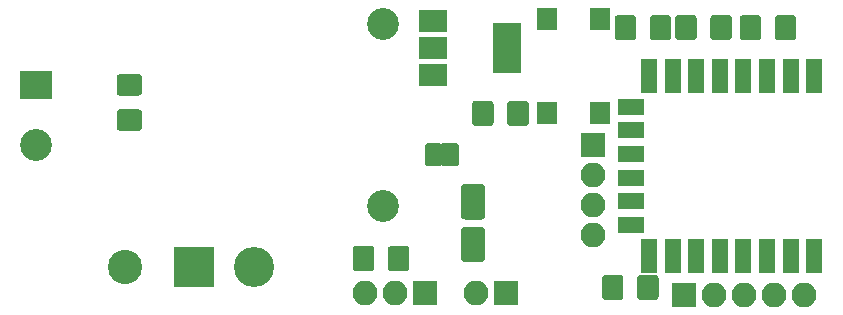
<source format=gbr>
G04 #@! TF.GenerationSoftware,KiCad,Pcbnew,(5.1.5-0-10_14)*
G04 #@! TF.CreationDate,2020-06-28T15:17:39+02:00*
G04 #@! TF.ProjectId,ESP8266-PowerMonitor,45535038-3236-4362-9d50-6f7765724d6f,rev?*
G04 #@! TF.SameCoordinates,Original*
G04 #@! TF.FileFunction,Soldermask,Top*
G04 #@! TF.FilePolarity,Negative*
%FSLAX46Y46*%
G04 Gerber Fmt 4.6, Leading zero omitted, Abs format (unit mm)*
G04 Created by KiCad (PCBNEW (5.1.5-0-10_14)) date 2020-06-28 15:17:39*
%MOMM*%
%LPD*%
G04 APERTURE LIST*
%ADD10C,2.900000*%
%ADD11O,2.100000X2.100000*%
%ADD12R,2.100000X2.100000*%
%ADD13R,1.400000X2.900000*%
%ADD14R,2.200000X1.400000*%
%ADD15C,1.000000*%
%ADD16R,1.700000X1.950000*%
%ADD17R,2.400000X4.200000*%
%ADD18R,2.400000X1.900000*%
%ADD19R,3.400000X3.400000*%
%ADD20C,3.400000*%
%ADD21C,2.700000*%
%ADD22R,2.700000X2.400000*%
G04 APERTURE END LIST*
D10*
X117650000Y-113800000D03*
D11*
X157300000Y-111120000D03*
X157300000Y-108580000D03*
X157300000Y-106040000D03*
D12*
X157300000Y-103500000D03*
D13*
X176000000Y-97650000D03*
X174000000Y-97650000D03*
X172000000Y-97650000D03*
X170000000Y-97650000D03*
X168000000Y-97650000D03*
X166000000Y-97650000D03*
X164000000Y-97650000D03*
X162000000Y-97650000D03*
D14*
X160500000Y-100250000D03*
X160500000Y-102250000D03*
X160500000Y-104250000D03*
X160500000Y-106250000D03*
X160500000Y-108250000D03*
X160500000Y-110250000D03*
D13*
X162000000Y-112850000D03*
X164000000Y-112850000D03*
X166000000Y-112850000D03*
X168000000Y-112850000D03*
X170000000Y-112850000D03*
X172000000Y-112850000D03*
X174000000Y-112850000D03*
X176000000Y-112850000D03*
D12*
X165000000Y-116200000D03*
D11*
X167540000Y-116200000D03*
X170080000Y-116200000D03*
X172620000Y-116200000D03*
X175160000Y-116200000D03*
D15*
G36*
X145739018Y-103353843D02*
G01*
X145776537Y-103365224D01*
X145811114Y-103383706D01*
X145841421Y-103408579D01*
X145866294Y-103438886D01*
X145884776Y-103473463D01*
X145896157Y-103510982D01*
X145900000Y-103550000D01*
X145900000Y-105050000D01*
X145896157Y-105089018D01*
X145884776Y-105126537D01*
X145866294Y-105161114D01*
X145841421Y-105191421D01*
X145811114Y-105216294D01*
X145776537Y-105234776D01*
X145739018Y-105246157D01*
X145700000Y-105250000D01*
X144550000Y-105250000D01*
X144510982Y-105246157D01*
X144473463Y-105234776D01*
X144438886Y-105216294D01*
X144408579Y-105191421D01*
X144383706Y-105161114D01*
X144365224Y-105126537D01*
X144353843Y-105089018D01*
X144350000Y-105050000D01*
X144353843Y-105010982D01*
X144365224Y-104973463D01*
X144383590Y-104939060D01*
X144809630Y-104300000D01*
X144383590Y-103660940D01*
X144365144Y-103626343D01*
X144353802Y-103588813D01*
X144350000Y-103549791D01*
X144353884Y-103510777D01*
X144365304Y-103473270D01*
X144383822Y-103438712D01*
X144408727Y-103408431D01*
X144439060Y-103383590D01*
X144473657Y-103365144D01*
X144511187Y-103353802D01*
X144550000Y-103350000D01*
X145700000Y-103350000D01*
X145739018Y-103353843D01*
G37*
G36*
X144289018Y-103353843D02*
G01*
X144326537Y-103365224D01*
X144361114Y-103383706D01*
X144391421Y-103408579D01*
X144416410Y-103439060D01*
X144916410Y-104189060D01*
X144934856Y-104223657D01*
X144946198Y-104261187D01*
X144950000Y-104300209D01*
X144946116Y-104339223D01*
X144934696Y-104376730D01*
X144916410Y-104410940D01*
X144416410Y-105160940D01*
X144391569Y-105191273D01*
X144361288Y-105216178D01*
X144326730Y-105234696D01*
X144289223Y-105246116D01*
X144250000Y-105250000D01*
X143250000Y-105250000D01*
X143210982Y-105246157D01*
X143173463Y-105234776D01*
X143138886Y-105216294D01*
X143108579Y-105191421D01*
X143083706Y-105161114D01*
X143065224Y-105126537D01*
X143053843Y-105089018D01*
X143050000Y-105050000D01*
X143050000Y-103550000D01*
X143053843Y-103510982D01*
X143065224Y-103473463D01*
X143083706Y-103438886D01*
X143108579Y-103408579D01*
X143138886Y-103383706D01*
X143173463Y-103365224D01*
X143210982Y-103353843D01*
X143250000Y-103350000D01*
X144250000Y-103350000D01*
X144289018Y-103353843D01*
G37*
G36*
X160623707Y-92476542D02*
G01*
X160654787Y-92481152D01*
X160685266Y-92488787D01*
X160714850Y-92499372D01*
X160743254Y-92512806D01*
X160770204Y-92528959D01*
X160795442Y-92547677D01*
X160818723Y-92568777D01*
X160839823Y-92592058D01*
X160858541Y-92617296D01*
X160874694Y-92644246D01*
X160888128Y-92672650D01*
X160898713Y-92702234D01*
X160906348Y-92732713D01*
X160910958Y-92763793D01*
X160912500Y-92795176D01*
X160912500Y-94304824D01*
X160910958Y-94336207D01*
X160906348Y-94367287D01*
X160898713Y-94397766D01*
X160888128Y-94427350D01*
X160874694Y-94455754D01*
X160858541Y-94482704D01*
X160839823Y-94507942D01*
X160818723Y-94531223D01*
X160795442Y-94552323D01*
X160770204Y-94571041D01*
X160743254Y-94587194D01*
X160714850Y-94600628D01*
X160685266Y-94611213D01*
X160654787Y-94618848D01*
X160623707Y-94623458D01*
X160592324Y-94625000D01*
X159407676Y-94625000D01*
X159376293Y-94623458D01*
X159345213Y-94618848D01*
X159314734Y-94611213D01*
X159285150Y-94600628D01*
X159256746Y-94587194D01*
X159229796Y-94571041D01*
X159204558Y-94552323D01*
X159181277Y-94531223D01*
X159160177Y-94507942D01*
X159141459Y-94482704D01*
X159125306Y-94455754D01*
X159111872Y-94427350D01*
X159101287Y-94397766D01*
X159093652Y-94367287D01*
X159089042Y-94336207D01*
X159087500Y-94304824D01*
X159087500Y-92795176D01*
X159089042Y-92763793D01*
X159093652Y-92732713D01*
X159101287Y-92702234D01*
X159111872Y-92672650D01*
X159125306Y-92644246D01*
X159141459Y-92617296D01*
X159160177Y-92592058D01*
X159181277Y-92568777D01*
X159204558Y-92547677D01*
X159229796Y-92528959D01*
X159256746Y-92512806D01*
X159285150Y-92499372D01*
X159314734Y-92488787D01*
X159345213Y-92481152D01*
X159376293Y-92476542D01*
X159407676Y-92475000D01*
X160592324Y-92475000D01*
X160623707Y-92476542D01*
G37*
G36*
X163598707Y-92476542D02*
G01*
X163629787Y-92481152D01*
X163660266Y-92488787D01*
X163689850Y-92499372D01*
X163718254Y-92512806D01*
X163745204Y-92528959D01*
X163770442Y-92547677D01*
X163793723Y-92568777D01*
X163814823Y-92592058D01*
X163833541Y-92617296D01*
X163849694Y-92644246D01*
X163863128Y-92672650D01*
X163873713Y-92702234D01*
X163881348Y-92732713D01*
X163885958Y-92763793D01*
X163887500Y-92795176D01*
X163887500Y-94304824D01*
X163885958Y-94336207D01*
X163881348Y-94367287D01*
X163873713Y-94397766D01*
X163863128Y-94427350D01*
X163849694Y-94455754D01*
X163833541Y-94482704D01*
X163814823Y-94507942D01*
X163793723Y-94531223D01*
X163770442Y-94552323D01*
X163745204Y-94571041D01*
X163718254Y-94587194D01*
X163689850Y-94600628D01*
X163660266Y-94611213D01*
X163629787Y-94618848D01*
X163598707Y-94623458D01*
X163567324Y-94625000D01*
X162382676Y-94625000D01*
X162351293Y-94623458D01*
X162320213Y-94618848D01*
X162289734Y-94611213D01*
X162260150Y-94600628D01*
X162231746Y-94587194D01*
X162204796Y-94571041D01*
X162179558Y-94552323D01*
X162156277Y-94531223D01*
X162135177Y-94507942D01*
X162116459Y-94482704D01*
X162100306Y-94455754D01*
X162086872Y-94427350D01*
X162076287Y-94397766D01*
X162068652Y-94367287D01*
X162064042Y-94336207D01*
X162062500Y-94304824D01*
X162062500Y-92795176D01*
X162064042Y-92763793D01*
X162068652Y-92732713D01*
X162076287Y-92702234D01*
X162086872Y-92672650D01*
X162100306Y-92644246D01*
X162116459Y-92617296D01*
X162135177Y-92592058D01*
X162156277Y-92568777D01*
X162179558Y-92547677D01*
X162204796Y-92528959D01*
X162231746Y-92512806D01*
X162260150Y-92499372D01*
X162289734Y-92488787D01*
X162320213Y-92481152D01*
X162351293Y-92476542D01*
X162382676Y-92475000D01*
X163567324Y-92475000D01*
X163598707Y-92476542D01*
G37*
G36*
X174173707Y-92476542D02*
G01*
X174204787Y-92481152D01*
X174235266Y-92488787D01*
X174264850Y-92499372D01*
X174293254Y-92512806D01*
X174320204Y-92528959D01*
X174345442Y-92547677D01*
X174368723Y-92568777D01*
X174389823Y-92592058D01*
X174408541Y-92617296D01*
X174424694Y-92644246D01*
X174438128Y-92672650D01*
X174448713Y-92702234D01*
X174456348Y-92732713D01*
X174460958Y-92763793D01*
X174462500Y-92795176D01*
X174462500Y-94304824D01*
X174460958Y-94336207D01*
X174456348Y-94367287D01*
X174448713Y-94397766D01*
X174438128Y-94427350D01*
X174424694Y-94455754D01*
X174408541Y-94482704D01*
X174389823Y-94507942D01*
X174368723Y-94531223D01*
X174345442Y-94552323D01*
X174320204Y-94571041D01*
X174293254Y-94587194D01*
X174264850Y-94600628D01*
X174235266Y-94611213D01*
X174204787Y-94618848D01*
X174173707Y-94623458D01*
X174142324Y-94625000D01*
X172957676Y-94625000D01*
X172926293Y-94623458D01*
X172895213Y-94618848D01*
X172864734Y-94611213D01*
X172835150Y-94600628D01*
X172806746Y-94587194D01*
X172779796Y-94571041D01*
X172754558Y-94552323D01*
X172731277Y-94531223D01*
X172710177Y-94507942D01*
X172691459Y-94482704D01*
X172675306Y-94455754D01*
X172661872Y-94427350D01*
X172651287Y-94397766D01*
X172643652Y-94367287D01*
X172639042Y-94336207D01*
X172637500Y-94304824D01*
X172637500Y-92795176D01*
X172639042Y-92763793D01*
X172643652Y-92732713D01*
X172651287Y-92702234D01*
X172661872Y-92672650D01*
X172675306Y-92644246D01*
X172691459Y-92617296D01*
X172710177Y-92592058D01*
X172731277Y-92568777D01*
X172754558Y-92547677D01*
X172779796Y-92528959D01*
X172806746Y-92512806D01*
X172835150Y-92499372D01*
X172864734Y-92488787D01*
X172895213Y-92481152D01*
X172926293Y-92476542D01*
X172957676Y-92475000D01*
X174142324Y-92475000D01*
X174173707Y-92476542D01*
G37*
G36*
X171198707Y-92476542D02*
G01*
X171229787Y-92481152D01*
X171260266Y-92488787D01*
X171289850Y-92499372D01*
X171318254Y-92512806D01*
X171345204Y-92528959D01*
X171370442Y-92547677D01*
X171393723Y-92568777D01*
X171414823Y-92592058D01*
X171433541Y-92617296D01*
X171449694Y-92644246D01*
X171463128Y-92672650D01*
X171473713Y-92702234D01*
X171481348Y-92732713D01*
X171485958Y-92763793D01*
X171487500Y-92795176D01*
X171487500Y-94304824D01*
X171485958Y-94336207D01*
X171481348Y-94367287D01*
X171473713Y-94397766D01*
X171463128Y-94427350D01*
X171449694Y-94455754D01*
X171433541Y-94482704D01*
X171414823Y-94507942D01*
X171393723Y-94531223D01*
X171370442Y-94552323D01*
X171345204Y-94571041D01*
X171318254Y-94587194D01*
X171289850Y-94600628D01*
X171260266Y-94611213D01*
X171229787Y-94618848D01*
X171198707Y-94623458D01*
X171167324Y-94625000D01*
X169982676Y-94625000D01*
X169951293Y-94623458D01*
X169920213Y-94618848D01*
X169889734Y-94611213D01*
X169860150Y-94600628D01*
X169831746Y-94587194D01*
X169804796Y-94571041D01*
X169779558Y-94552323D01*
X169756277Y-94531223D01*
X169735177Y-94507942D01*
X169716459Y-94482704D01*
X169700306Y-94455754D01*
X169686872Y-94427350D01*
X169676287Y-94397766D01*
X169668652Y-94367287D01*
X169664042Y-94336207D01*
X169662500Y-94304824D01*
X169662500Y-92795176D01*
X169664042Y-92763793D01*
X169668652Y-92732713D01*
X169676287Y-92702234D01*
X169686872Y-92672650D01*
X169700306Y-92644246D01*
X169716459Y-92617296D01*
X169735177Y-92592058D01*
X169756277Y-92568777D01*
X169779558Y-92547677D01*
X169804796Y-92528959D01*
X169831746Y-92512806D01*
X169860150Y-92499372D01*
X169889734Y-92488787D01*
X169920213Y-92481152D01*
X169951293Y-92476542D01*
X169982676Y-92475000D01*
X171167324Y-92475000D01*
X171198707Y-92476542D01*
G37*
G36*
X168723707Y-92476542D02*
G01*
X168754787Y-92481152D01*
X168785266Y-92488787D01*
X168814850Y-92499372D01*
X168843254Y-92512806D01*
X168870204Y-92528959D01*
X168895442Y-92547677D01*
X168918723Y-92568777D01*
X168939823Y-92592058D01*
X168958541Y-92617296D01*
X168974694Y-92644246D01*
X168988128Y-92672650D01*
X168998713Y-92702234D01*
X169006348Y-92732713D01*
X169010958Y-92763793D01*
X169012500Y-92795176D01*
X169012500Y-94304824D01*
X169010958Y-94336207D01*
X169006348Y-94367287D01*
X168998713Y-94397766D01*
X168988128Y-94427350D01*
X168974694Y-94455754D01*
X168958541Y-94482704D01*
X168939823Y-94507942D01*
X168918723Y-94531223D01*
X168895442Y-94552323D01*
X168870204Y-94571041D01*
X168843254Y-94587194D01*
X168814850Y-94600628D01*
X168785266Y-94611213D01*
X168754787Y-94618848D01*
X168723707Y-94623458D01*
X168692324Y-94625000D01*
X167507676Y-94625000D01*
X167476293Y-94623458D01*
X167445213Y-94618848D01*
X167414734Y-94611213D01*
X167385150Y-94600628D01*
X167356746Y-94587194D01*
X167329796Y-94571041D01*
X167304558Y-94552323D01*
X167281277Y-94531223D01*
X167260177Y-94507942D01*
X167241459Y-94482704D01*
X167225306Y-94455754D01*
X167211872Y-94427350D01*
X167201287Y-94397766D01*
X167193652Y-94367287D01*
X167189042Y-94336207D01*
X167187500Y-94304824D01*
X167187500Y-92795176D01*
X167189042Y-92763793D01*
X167193652Y-92732713D01*
X167201287Y-92702234D01*
X167211872Y-92672650D01*
X167225306Y-92644246D01*
X167241459Y-92617296D01*
X167260177Y-92592058D01*
X167281277Y-92568777D01*
X167304558Y-92547677D01*
X167329796Y-92528959D01*
X167356746Y-92512806D01*
X167385150Y-92499372D01*
X167414734Y-92488787D01*
X167445213Y-92481152D01*
X167476293Y-92476542D01*
X167507676Y-92475000D01*
X168692324Y-92475000D01*
X168723707Y-92476542D01*
G37*
G36*
X165748707Y-92476542D02*
G01*
X165779787Y-92481152D01*
X165810266Y-92488787D01*
X165839850Y-92499372D01*
X165868254Y-92512806D01*
X165895204Y-92528959D01*
X165920442Y-92547677D01*
X165943723Y-92568777D01*
X165964823Y-92592058D01*
X165983541Y-92617296D01*
X165999694Y-92644246D01*
X166013128Y-92672650D01*
X166023713Y-92702234D01*
X166031348Y-92732713D01*
X166035958Y-92763793D01*
X166037500Y-92795176D01*
X166037500Y-94304824D01*
X166035958Y-94336207D01*
X166031348Y-94367287D01*
X166023713Y-94397766D01*
X166013128Y-94427350D01*
X165999694Y-94455754D01*
X165983541Y-94482704D01*
X165964823Y-94507942D01*
X165943723Y-94531223D01*
X165920442Y-94552323D01*
X165895204Y-94571041D01*
X165868254Y-94587194D01*
X165839850Y-94600628D01*
X165810266Y-94611213D01*
X165779787Y-94618848D01*
X165748707Y-94623458D01*
X165717324Y-94625000D01*
X164532676Y-94625000D01*
X164501293Y-94623458D01*
X164470213Y-94618848D01*
X164439734Y-94611213D01*
X164410150Y-94600628D01*
X164381746Y-94587194D01*
X164354796Y-94571041D01*
X164329558Y-94552323D01*
X164306277Y-94531223D01*
X164285177Y-94507942D01*
X164266459Y-94482704D01*
X164250306Y-94455754D01*
X164236872Y-94427350D01*
X164226287Y-94397766D01*
X164218652Y-94367287D01*
X164214042Y-94336207D01*
X164212500Y-94304824D01*
X164212500Y-92795176D01*
X164214042Y-92763793D01*
X164218652Y-92732713D01*
X164226287Y-92702234D01*
X164236872Y-92672650D01*
X164250306Y-92644246D01*
X164266459Y-92617296D01*
X164285177Y-92592058D01*
X164306277Y-92568777D01*
X164329558Y-92547677D01*
X164354796Y-92528959D01*
X164381746Y-92512806D01*
X164410150Y-92499372D01*
X164439734Y-92488787D01*
X164470213Y-92481152D01*
X164501293Y-92476542D01*
X164532676Y-92475000D01*
X165717324Y-92475000D01*
X165748707Y-92476542D01*
G37*
G36*
X162523707Y-114476542D02*
G01*
X162554787Y-114481152D01*
X162585266Y-114488787D01*
X162614850Y-114499372D01*
X162643254Y-114512806D01*
X162670204Y-114528959D01*
X162695442Y-114547677D01*
X162718723Y-114568777D01*
X162739823Y-114592058D01*
X162758541Y-114617296D01*
X162774694Y-114644246D01*
X162788128Y-114672650D01*
X162798713Y-114702234D01*
X162806348Y-114732713D01*
X162810958Y-114763793D01*
X162812500Y-114795176D01*
X162812500Y-116304824D01*
X162810958Y-116336207D01*
X162806348Y-116367287D01*
X162798713Y-116397766D01*
X162788128Y-116427350D01*
X162774694Y-116455754D01*
X162758541Y-116482704D01*
X162739823Y-116507942D01*
X162718723Y-116531223D01*
X162695442Y-116552323D01*
X162670204Y-116571041D01*
X162643254Y-116587194D01*
X162614850Y-116600628D01*
X162585266Y-116611213D01*
X162554787Y-116618848D01*
X162523707Y-116623458D01*
X162492324Y-116625000D01*
X161307676Y-116625000D01*
X161276293Y-116623458D01*
X161245213Y-116618848D01*
X161214734Y-116611213D01*
X161185150Y-116600628D01*
X161156746Y-116587194D01*
X161129796Y-116571041D01*
X161104558Y-116552323D01*
X161081277Y-116531223D01*
X161060177Y-116507942D01*
X161041459Y-116482704D01*
X161025306Y-116455754D01*
X161011872Y-116427350D01*
X161001287Y-116397766D01*
X160993652Y-116367287D01*
X160989042Y-116336207D01*
X160987500Y-116304824D01*
X160987500Y-114795176D01*
X160989042Y-114763793D01*
X160993652Y-114732713D01*
X161001287Y-114702234D01*
X161011872Y-114672650D01*
X161025306Y-114644246D01*
X161041459Y-114617296D01*
X161060177Y-114592058D01*
X161081277Y-114568777D01*
X161104558Y-114547677D01*
X161129796Y-114528959D01*
X161156746Y-114512806D01*
X161185150Y-114499372D01*
X161214734Y-114488787D01*
X161245213Y-114481152D01*
X161276293Y-114476542D01*
X161307676Y-114475000D01*
X162492324Y-114475000D01*
X162523707Y-114476542D01*
G37*
G36*
X159548707Y-114476542D02*
G01*
X159579787Y-114481152D01*
X159610266Y-114488787D01*
X159639850Y-114499372D01*
X159668254Y-114512806D01*
X159695204Y-114528959D01*
X159720442Y-114547677D01*
X159743723Y-114568777D01*
X159764823Y-114592058D01*
X159783541Y-114617296D01*
X159799694Y-114644246D01*
X159813128Y-114672650D01*
X159823713Y-114702234D01*
X159831348Y-114732713D01*
X159835958Y-114763793D01*
X159837500Y-114795176D01*
X159837500Y-116304824D01*
X159835958Y-116336207D01*
X159831348Y-116367287D01*
X159823713Y-116397766D01*
X159813128Y-116427350D01*
X159799694Y-116455754D01*
X159783541Y-116482704D01*
X159764823Y-116507942D01*
X159743723Y-116531223D01*
X159720442Y-116552323D01*
X159695204Y-116571041D01*
X159668254Y-116587194D01*
X159639850Y-116600628D01*
X159610266Y-116611213D01*
X159579787Y-116618848D01*
X159548707Y-116623458D01*
X159517324Y-116625000D01*
X158332676Y-116625000D01*
X158301293Y-116623458D01*
X158270213Y-116618848D01*
X158239734Y-116611213D01*
X158210150Y-116600628D01*
X158181746Y-116587194D01*
X158154796Y-116571041D01*
X158129558Y-116552323D01*
X158106277Y-116531223D01*
X158085177Y-116507942D01*
X158066459Y-116482704D01*
X158050306Y-116455754D01*
X158036872Y-116427350D01*
X158026287Y-116397766D01*
X158018652Y-116367287D01*
X158014042Y-116336207D01*
X158012500Y-116304824D01*
X158012500Y-114795176D01*
X158014042Y-114763793D01*
X158018652Y-114732713D01*
X158026287Y-114702234D01*
X158036872Y-114672650D01*
X158050306Y-114644246D01*
X158066459Y-114617296D01*
X158085177Y-114592058D01*
X158106277Y-114568777D01*
X158129558Y-114547677D01*
X158154796Y-114528959D01*
X158181746Y-114512806D01*
X158210150Y-114499372D01*
X158239734Y-114488787D01*
X158270213Y-114481152D01*
X158301293Y-114476542D01*
X158332676Y-114475000D01*
X159517324Y-114475000D01*
X159548707Y-114476542D01*
G37*
D16*
X153350000Y-92825000D03*
X157850000Y-92825000D03*
X157850000Y-100775000D03*
X153350000Y-100775000D03*
D17*
X150000000Y-95300000D03*
D18*
X143700000Y-95300000D03*
X143700000Y-97600000D03*
X143700000Y-93000000D03*
D12*
X143050000Y-116050000D03*
D11*
X140510000Y-116050000D03*
X137970000Y-116050000D03*
D15*
G36*
X147818130Y-106801505D02*
G01*
X147848466Y-106806005D01*
X147878214Y-106813456D01*
X147907089Y-106823788D01*
X147934811Y-106836900D01*
X147961116Y-106852666D01*
X147985748Y-106870934D01*
X148008471Y-106891529D01*
X148029066Y-106914252D01*
X148047334Y-106938884D01*
X148063100Y-106965189D01*
X148076212Y-106992911D01*
X148086544Y-107021786D01*
X148093995Y-107051534D01*
X148098495Y-107081870D01*
X148100000Y-107112500D01*
X148100000Y-109487500D01*
X148098495Y-109518130D01*
X148093995Y-109548466D01*
X148086544Y-109578214D01*
X148076212Y-109607089D01*
X148063100Y-109634811D01*
X148047334Y-109661116D01*
X148029066Y-109685748D01*
X148008471Y-109708471D01*
X147985748Y-109729066D01*
X147961116Y-109747334D01*
X147934811Y-109763100D01*
X147907089Y-109776212D01*
X147878214Y-109786544D01*
X147848466Y-109793995D01*
X147818130Y-109798495D01*
X147787500Y-109800000D01*
X146412500Y-109800000D01*
X146381870Y-109798495D01*
X146351534Y-109793995D01*
X146321786Y-109786544D01*
X146292911Y-109776212D01*
X146265189Y-109763100D01*
X146238884Y-109747334D01*
X146214252Y-109729066D01*
X146191529Y-109708471D01*
X146170934Y-109685748D01*
X146152666Y-109661116D01*
X146136900Y-109634811D01*
X146123788Y-109607089D01*
X146113456Y-109578214D01*
X146106005Y-109548466D01*
X146101505Y-109518130D01*
X146100000Y-109487500D01*
X146100000Y-107112500D01*
X146101505Y-107081870D01*
X146106005Y-107051534D01*
X146113456Y-107021786D01*
X146123788Y-106992911D01*
X146136900Y-106965189D01*
X146152666Y-106938884D01*
X146170934Y-106914252D01*
X146191529Y-106891529D01*
X146214252Y-106870934D01*
X146238884Y-106852666D01*
X146265189Y-106836900D01*
X146292911Y-106823788D01*
X146321786Y-106813456D01*
X146351534Y-106806005D01*
X146381870Y-106801505D01*
X146412500Y-106800000D01*
X147787500Y-106800000D01*
X147818130Y-106801505D01*
G37*
G36*
X147818130Y-110401505D02*
G01*
X147848466Y-110406005D01*
X147878214Y-110413456D01*
X147907089Y-110423788D01*
X147934811Y-110436900D01*
X147961116Y-110452666D01*
X147985748Y-110470934D01*
X148008471Y-110491529D01*
X148029066Y-110514252D01*
X148047334Y-110538884D01*
X148063100Y-110565189D01*
X148076212Y-110592911D01*
X148086544Y-110621786D01*
X148093995Y-110651534D01*
X148098495Y-110681870D01*
X148100000Y-110712500D01*
X148100000Y-113087500D01*
X148098495Y-113118130D01*
X148093995Y-113148466D01*
X148086544Y-113178214D01*
X148076212Y-113207089D01*
X148063100Y-113234811D01*
X148047334Y-113261116D01*
X148029066Y-113285748D01*
X148008471Y-113308471D01*
X147985748Y-113329066D01*
X147961116Y-113347334D01*
X147934811Y-113363100D01*
X147907089Y-113376212D01*
X147878214Y-113386544D01*
X147848466Y-113393995D01*
X147818130Y-113398495D01*
X147787500Y-113400000D01*
X146412500Y-113400000D01*
X146381870Y-113398495D01*
X146351534Y-113393995D01*
X146321786Y-113386544D01*
X146292911Y-113376212D01*
X146265189Y-113363100D01*
X146238884Y-113347334D01*
X146214252Y-113329066D01*
X146191529Y-113308471D01*
X146170934Y-113285748D01*
X146152666Y-113261116D01*
X146136900Y-113234811D01*
X146123788Y-113207089D01*
X146113456Y-113178214D01*
X146106005Y-113148466D01*
X146101505Y-113118130D01*
X146100000Y-113087500D01*
X146100000Y-110712500D01*
X146101505Y-110681870D01*
X146106005Y-110651534D01*
X146113456Y-110621786D01*
X146123788Y-110592911D01*
X146136900Y-110565189D01*
X146152666Y-110538884D01*
X146170934Y-110514252D01*
X146191529Y-110491529D01*
X146214252Y-110470934D01*
X146238884Y-110452666D01*
X146265189Y-110436900D01*
X146292911Y-110423788D01*
X146321786Y-110413456D01*
X146351534Y-110406005D01*
X146381870Y-110401505D01*
X146412500Y-110400000D01*
X147787500Y-110400000D01*
X147818130Y-110401505D01*
G37*
G36*
X151523707Y-99726542D02*
G01*
X151554787Y-99731152D01*
X151585266Y-99738787D01*
X151614850Y-99749372D01*
X151643254Y-99762806D01*
X151670204Y-99778959D01*
X151695442Y-99797677D01*
X151718723Y-99818777D01*
X151739823Y-99842058D01*
X151758541Y-99867296D01*
X151774694Y-99894246D01*
X151788128Y-99922650D01*
X151798713Y-99952234D01*
X151806348Y-99982713D01*
X151810958Y-100013793D01*
X151812500Y-100045176D01*
X151812500Y-101554824D01*
X151810958Y-101586207D01*
X151806348Y-101617287D01*
X151798713Y-101647766D01*
X151788128Y-101677350D01*
X151774694Y-101705754D01*
X151758541Y-101732704D01*
X151739823Y-101757942D01*
X151718723Y-101781223D01*
X151695442Y-101802323D01*
X151670204Y-101821041D01*
X151643254Y-101837194D01*
X151614850Y-101850628D01*
X151585266Y-101861213D01*
X151554787Y-101868848D01*
X151523707Y-101873458D01*
X151492324Y-101875000D01*
X150307676Y-101875000D01*
X150276293Y-101873458D01*
X150245213Y-101868848D01*
X150214734Y-101861213D01*
X150185150Y-101850628D01*
X150156746Y-101837194D01*
X150129796Y-101821041D01*
X150104558Y-101802323D01*
X150081277Y-101781223D01*
X150060177Y-101757942D01*
X150041459Y-101732704D01*
X150025306Y-101705754D01*
X150011872Y-101677350D01*
X150001287Y-101647766D01*
X149993652Y-101617287D01*
X149989042Y-101586207D01*
X149987500Y-101554824D01*
X149987500Y-100045176D01*
X149989042Y-100013793D01*
X149993652Y-99982713D01*
X150001287Y-99952234D01*
X150011872Y-99922650D01*
X150025306Y-99894246D01*
X150041459Y-99867296D01*
X150060177Y-99842058D01*
X150081277Y-99818777D01*
X150104558Y-99797677D01*
X150129796Y-99778959D01*
X150156746Y-99762806D01*
X150185150Y-99749372D01*
X150214734Y-99738787D01*
X150245213Y-99731152D01*
X150276293Y-99726542D01*
X150307676Y-99725000D01*
X151492324Y-99725000D01*
X151523707Y-99726542D01*
G37*
G36*
X148548707Y-99726542D02*
G01*
X148579787Y-99731152D01*
X148610266Y-99738787D01*
X148639850Y-99749372D01*
X148668254Y-99762806D01*
X148695204Y-99778959D01*
X148720442Y-99797677D01*
X148743723Y-99818777D01*
X148764823Y-99842058D01*
X148783541Y-99867296D01*
X148799694Y-99894246D01*
X148813128Y-99922650D01*
X148823713Y-99952234D01*
X148831348Y-99982713D01*
X148835958Y-100013793D01*
X148837500Y-100045176D01*
X148837500Y-101554824D01*
X148835958Y-101586207D01*
X148831348Y-101617287D01*
X148823713Y-101647766D01*
X148813128Y-101677350D01*
X148799694Y-101705754D01*
X148783541Y-101732704D01*
X148764823Y-101757942D01*
X148743723Y-101781223D01*
X148720442Y-101802323D01*
X148695204Y-101821041D01*
X148668254Y-101837194D01*
X148639850Y-101850628D01*
X148610266Y-101861213D01*
X148579787Y-101868848D01*
X148548707Y-101873458D01*
X148517324Y-101875000D01*
X147332676Y-101875000D01*
X147301293Y-101873458D01*
X147270213Y-101868848D01*
X147239734Y-101861213D01*
X147210150Y-101850628D01*
X147181746Y-101837194D01*
X147154796Y-101821041D01*
X147129558Y-101802323D01*
X147106277Y-101781223D01*
X147085177Y-101757942D01*
X147066459Y-101732704D01*
X147050306Y-101705754D01*
X147036872Y-101677350D01*
X147026287Y-101647766D01*
X147018652Y-101617287D01*
X147014042Y-101586207D01*
X147012500Y-101554824D01*
X147012500Y-100045176D01*
X147014042Y-100013793D01*
X147018652Y-99982713D01*
X147026287Y-99952234D01*
X147036872Y-99922650D01*
X147050306Y-99894246D01*
X147066459Y-99867296D01*
X147085177Y-99842058D01*
X147106277Y-99818777D01*
X147129558Y-99797677D01*
X147154796Y-99778959D01*
X147181746Y-99762806D01*
X147210150Y-99749372D01*
X147239734Y-99738787D01*
X147270213Y-99731152D01*
X147301293Y-99726542D01*
X147332676Y-99725000D01*
X148517324Y-99725000D01*
X148548707Y-99726542D01*
G37*
D12*
X149900000Y-116000000D03*
D11*
X147360000Y-116000000D03*
D15*
G36*
X141423707Y-112026542D02*
G01*
X141454787Y-112031152D01*
X141485266Y-112038787D01*
X141514850Y-112049372D01*
X141543254Y-112062806D01*
X141570204Y-112078959D01*
X141595442Y-112097677D01*
X141618723Y-112118777D01*
X141639823Y-112142058D01*
X141658541Y-112167296D01*
X141674694Y-112194246D01*
X141688128Y-112222650D01*
X141698713Y-112252234D01*
X141706348Y-112282713D01*
X141710958Y-112313793D01*
X141712500Y-112345176D01*
X141712500Y-113854824D01*
X141710958Y-113886207D01*
X141706348Y-113917287D01*
X141698713Y-113947766D01*
X141688128Y-113977350D01*
X141674694Y-114005754D01*
X141658541Y-114032704D01*
X141639823Y-114057942D01*
X141618723Y-114081223D01*
X141595442Y-114102323D01*
X141570204Y-114121041D01*
X141543254Y-114137194D01*
X141514850Y-114150628D01*
X141485266Y-114161213D01*
X141454787Y-114168848D01*
X141423707Y-114173458D01*
X141392324Y-114175000D01*
X140207676Y-114175000D01*
X140176293Y-114173458D01*
X140145213Y-114168848D01*
X140114734Y-114161213D01*
X140085150Y-114150628D01*
X140056746Y-114137194D01*
X140029796Y-114121041D01*
X140004558Y-114102323D01*
X139981277Y-114081223D01*
X139960177Y-114057942D01*
X139941459Y-114032704D01*
X139925306Y-114005754D01*
X139911872Y-113977350D01*
X139901287Y-113947766D01*
X139893652Y-113917287D01*
X139889042Y-113886207D01*
X139887500Y-113854824D01*
X139887500Y-112345176D01*
X139889042Y-112313793D01*
X139893652Y-112282713D01*
X139901287Y-112252234D01*
X139911872Y-112222650D01*
X139925306Y-112194246D01*
X139941459Y-112167296D01*
X139960177Y-112142058D01*
X139981277Y-112118777D01*
X140004558Y-112097677D01*
X140029796Y-112078959D01*
X140056746Y-112062806D01*
X140085150Y-112049372D01*
X140114734Y-112038787D01*
X140145213Y-112031152D01*
X140176293Y-112026542D01*
X140207676Y-112025000D01*
X141392324Y-112025000D01*
X141423707Y-112026542D01*
G37*
G36*
X138448707Y-112026542D02*
G01*
X138479787Y-112031152D01*
X138510266Y-112038787D01*
X138539850Y-112049372D01*
X138568254Y-112062806D01*
X138595204Y-112078959D01*
X138620442Y-112097677D01*
X138643723Y-112118777D01*
X138664823Y-112142058D01*
X138683541Y-112167296D01*
X138699694Y-112194246D01*
X138713128Y-112222650D01*
X138723713Y-112252234D01*
X138731348Y-112282713D01*
X138735958Y-112313793D01*
X138737500Y-112345176D01*
X138737500Y-113854824D01*
X138735958Y-113886207D01*
X138731348Y-113917287D01*
X138723713Y-113947766D01*
X138713128Y-113977350D01*
X138699694Y-114005754D01*
X138683541Y-114032704D01*
X138664823Y-114057942D01*
X138643723Y-114081223D01*
X138620442Y-114102323D01*
X138595204Y-114121041D01*
X138568254Y-114137194D01*
X138539850Y-114150628D01*
X138510266Y-114161213D01*
X138479787Y-114168848D01*
X138448707Y-114173458D01*
X138417324Y-114175000D01*
X137232676Y-114175000D01*
X137201293Y-114173458D01*
X137170213Y-114168848D01*
X137139734Y-114161213D01*
X137110150Y-114150628D01*
X137081746Y-114137194D01*
X137054796Y-114121041D01*
X137029558Y-114102323D01*
X137006277Y-114081223D01*
X136985177Y-114057942D01*
X136966459Y-114032704D01*
X136950306Y-114005754D01*
X136936872Y-113977350D01*
X136926287Y-113947766D01*
X136918652Y-113917287D01*
X136914042Y-113886207D01*
X136912500Y-113854824D01*
X136912500Y-112345176D01*
X136914042Y-112313793D01*
X136918652Y-112282713D01*
X136926287Y-112252234D01*
X136936872Y-112222650D01*
X136950306Y-112194246D01*
X136966459Y-112167296D01*
X136985177Y-112142058D01*
X137006277Y-112118777D01*
X137029558Y-112097677D01*
X137054796Y-112078959D01*
X137081746Y-112062806D01*
X137110150Y-112049372D01*
X137139734Y-112038787D01*
X137170213Y-112031152D01*
X137201293Y-112026542D01*
X137232676Y-112025000D01*
X138417324Y-112025000D01*
X138448707Y-112026542D01*
G37*
G36*
X118786207Y-97489042D02*
G01*
X118817287Y-97493652D01*
X118847766Y-97501287D01*
X118877350Y-97511872D01*
X118905754Y-97525306D01*
X118932704Y-97541459D01*
X118957942Y-97560177D01*
X118981223Y-97581277D01*
X119002323Y-97604558D01*
X119021041Y-97629796D01*
X119037194Y-97656746D01*
X119050628Y-97685150D01*
X119061213Y-97714734D01*
X119068848Y-97745213D01*
X119073458Y-97776293D01*
X119075000Y-97807676D01*
X119075000Y-98992324D01*
X119073458Y-99023707D01*
X119068848Y-99054787D01*
X119061213Y-99085266D01*
X119050628Y-99114850D01*
X119037194Y-99143254D01*
X119021041Y-99170204D01*
X119002323Y-99195442D01*
X118981223Y-99218723D01*
X118957942Y-99239823D01*
X118932704Y-99258541D01*
X118905754Y-99274694D01*
X118877350Y-99288128D01*
X118847766Y-99298713D01*
X118817287Y-99306348D01*
X118786207Y-99310958D01*
X118754824Y-99312500D01*
X117245176Y-99312500D01*
X117213793Y-99310958D01*
X117182713Y-99306348D01*
X117152234Y-99298713D01*
X117122650Y-99288128D01*
X117094246Y-99274694D01*
X117067296Y-99258541D01*
X117042058Y-99239823D01*
X117018777Y-99218723D01*
X116997677Y-99195442D01*
X116978959Y-99170204D01*
X116962806Y-99143254D01*
X116949372Y-99114850D01*
X116938787Y-99085266D01*
X116931152Y-99054787D01*
X116926542Y-99023707D01*
X116925000Y-98992324D01*
X116925000Y-97807676D01*
X116926542Y-97776293D01*
X116931152Y-97745213D01*
X116938787Y-97714734D01*
X116949372Y-97685150D01*
X116962806Y-97656746D01*
X116978959Y-97629796D01*
X116997677Y-97604558D01*
X117018777Y-97581277D01*
X117042058Y-97560177D01*
X117067296Y-97541459D01*
X117094246Y-97525306D01*
X117122650Y-97511872D01*
X117152234Y-97501287D01*
X117182713Y-97493652D01*
X117213793Y-97489042D01*
X117245176Y-97487500D01*
X118754824Y-97487500D01*
X118786207Y-97489042D01*
G37*
G36*
X118786207Y-100464042D02*
G01*
X118817287Y-100468652D01*
X118847766Y-100476287D01*
X118877350Y-100486872D01*
X118905754Y-100500306D01*
X118932704Y-100516459D01*
X118957942Y-100535177D01*
X118981223Y-100556277D01*
X119002323Y-100579558D01*
X119021041Y-100604796D01*
X119037194Y-100631746D01*
X119050628Y-100660150D01*
X119061213Y-100689734D01*
X119068848Y-100720213D01*
X119073458Y-100751293D01*
X119075000Y-100782676D01*
X119075000Y-101967324D01*
X119073458Y-101998707D01*
X119068848Y-102029787D01*
X119061213Y-102060266D01*
X119050628Y-102089850D01*
X119037194Y-102118254D01*
X119021041Y-102145204D01*
X119002323Y-102170442D01*
X118981223Y-102193723D01*
X118957942Y-102214823D01*
X118932704Y-102233541D01*
X118905754Y-102249694D01*
X118877350Y-102263128D01*
X118847766Y-102273713D01*
X118817287Y-102281348D01*
X118786207Y-102285958D01*
X118754824Y-102287500D01*
X117245176Y-102287500D01*
X117213793Y-102285958D01*
X117182713Y-102281348D01*
X117152234Y-102273713D01*
X117122650Y-102263128D01*
X117094246Y-102249694D01*
X117067296Y-102233541D01*
X117042058Y-102214823D01*
X117018777Y-102193723D01*
X116997677Y-102170442D01*
X116978959Y-102145204D01*
X116962806Y-102118254D01*
X116949372Y-102089850D01*
X116938787Y-102060266D01*
X116931152Y-102029787D01*
X116926542Y-101998707D01*
X116925000Y-101967324D01*
X116925000Y-100782676D01*
X116926542Y-100751293D01*
X116931152Y-100720213D01*
X116938787Y-100689734D01*
X116949372Y-100660150D01*
X116962806Y-100631746D01*
X116978959Y-100604796D01*
X116997677Y-100579558D01*
X117018777Y-100556277D01*
X117042058Y-100535177D01*
X117067296Y-100516459D01*
X117094246Y-100500306D01*
X117122650Y-100486872D01*
X117152234Y-100476287D01*
X117182713Y-100468652D01*
X117213793Y-100464042D01*
X117245176Y-100462500D01*
X118754824Y-100462500D01*
X118786207Y-100464042D01*
G37*
D19*
X123500000Y-113800000D03*
D20*
X128580000Y-113800000D03*
D21*
X139500000Y-93250000D03*
D22*
X110100000Y-98450000D03*
D21*
X110100000Y-103450000D03*
X139500000Y-108650000D03*
M02*

</source>
